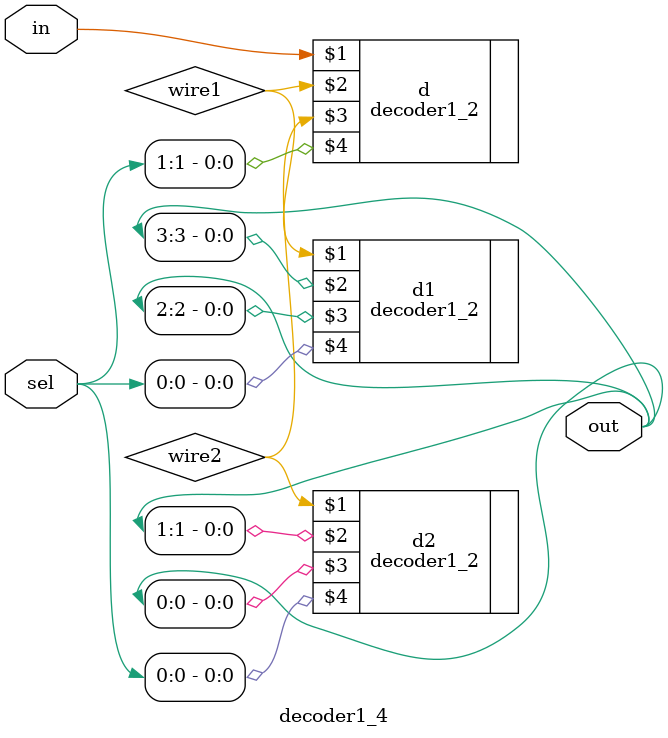
<source format=sv>
module decoder1_4 (in, out, sel);
    input logic in;
    input logic [1:0] sel;
    output logic [3:0] out;

    logic wire1, wire2;
    decoder1_2 d1 (wire1, out[3], out[2], sel[0]);
    decoder1_2 d2 (wire2, out[1], out[0], sel[0]);
    decoder1_2 d (in, wire1, wire2, sel[1]);
endmodule
</source>
